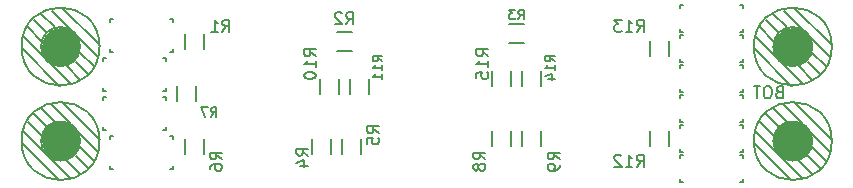
<source format=gbr>
%TF.GenerationSoftware,KiCad,Pcbnew,8.0.5*%
%TF.CreationDate,2024-10-25T13:02:38+02:00*%
%TF.ProjectId,ALIKEY03a,414c494b-4559-4303-9361-2e6b69636164,00*%
%TF.SameCoordinates,Original*%
%TF.FileFunction,Legend,Bot*%
%TF.FilePolarity,Positive*%
%FSLAX46Y46*%
G04 Gerber Fmt 4.6, Leading zero omitted, Abs format (unit mm)*
G04 Created by KiCad (PCBNEW 8.0.5) date 2024-10-25 13:02:38*
%MOMM*%
%LPD*%
G01*
G04 APERTURE LIST*
%ADD10C,0.150000*%
%ADD11C,0.203200*%
%ADD12C,3.200000*%
G04 APERTURE END LIST*
D10*
X134319687Y-68112809D02*
X134176830Y-68160428D01*
X134176830Y-68160428D02*
X134129211Y-68208047D01*
X134129211Y-68208047D02*
X134081592Y-68303285D01*
X134081592Y-68303285D02*
X134081592Y-68446142D01*
X134081592Y-68446142D02*
X134129211Y-68541380D01*
X134129211Y-68541380D02*
X134176830Y-68589000D01*
X134176830Y-68589000D02*
X134272068Y-68636619D01*
X134272068Y-68636619D02*
X134653020Y-68636619D01*
X134653020Y-68636619D02*
X134653020Y-67636619D01*
X134653020Y-67636619D02*
X134319687Y-67636619D01*
X134319687Y-67636619D02*
X134224449Y-67684238D01*
X134224449Y-67684238D02*
X134176830Y-67731857D01*
X134176830Y-67731857D02*
X134129211Y-67827095D01*
X134129211Y-67827095D02*
X134129211Y-67922333D01*
X134129211Y-67922333D02*
X134176830Y-68017571D01*
X134176830Y-68017571D02*
X134224449Y-68065190D01*
X134224449Y-68065190D02*
X134319687Y-68112809D01*
X134319687Y-68112809D02*
X134653020Y-68112809D01*
X133462544Y-67636619D02*
X133272068Y-67636619D01*
X133272068Y-67636619D02*
X133176830Y-67684238D01*
X133176830Y-67684238D02*
X133081592Y-67779476D01*
X133081592Y-67779476D02*
X133033973Y-67969952D01*
X133033973Y-67969952D02*
X133033973Y-68303285D01*
X133033973Y-68303285D02*
X133081592Y-68493761D01*
X133081592Y-68493761D02*
X133176830Y-68589000D01*
X133176830Y-68589000D02*
X133272068Y-68636619D01*
X133272068Y-68636619D02*
X133462544Y-68636619D01*
X133462544Y-68636619D02*
X133557782Y-68589000D01*
X133557782Y-68589000D02*
X133653020Y-68493761D01*
X133653020Y-68493761D02*
X133700639Y-68303285D01*
X133700639Y-68303285D02*
X133700639Y-67969952D01*
X133700639Y-67969952D02*
X133653020Y-67779476D01*
X133653020Y-67779476D02*
X133557782Y-67684238D01*
X133557782Y-67684238D02*
X133462544Y-67636619D01*
X132748258Y-67636619D02*
X132176830Y-67636619D01*
X132462544Y-68636619D02*
X132462544Y-67636619D01*
X94467119Y-73497633D02*
X93990928Y-73164300D01*
X94467119Y-72926205D02*
X93467119Y-72926205D01*
X93467119Y-72926205D02*
X93467119Y-73307157D01*
X93467119Y-73307157D02*
X93514738Y-73402395D01*
X93514738Y-73402395D02*
X93562357Y-73450014D01*
X93562357Y-73450014D02*
X93657595Y-73497633D01*
X93657595Y-73497633D02*
X93800452Y-73497633D01*
X93800452Y-73497633D02*
X93895690Y-73450014D01*
X93895690Y-73450014D02*
X93943309Y-73402395D01*
X93943309Y-73402395D02*
X93990928Y-73307157D01*
X93990928Y-73307157D02*
X93990928Y-72926205D01*
X93800452Y-74354776D02*
X94467119Y-74354776D01*
X93419500Y-74116681D02*
X94133785Y-73878586D01*
X94133785Y-73878586D02*
X94133785Y-74497633D01*
X115329595Y-65530014D02*
X114948642Y-65263347D01*
X115329595Y-65072871D02*
X114529595Y-65072871D01*
X114529595Y-65072871D02*
X114529595Y-65377633D01*
X114529595Y-65377633D02*
X114567690Y-65453823D01*
X114567690Y-65453823D02*
X114605785Y-65491918D01*
X114605785Y-65491918D02*
X114681976Y-65530014D01*
X114681976Y-65530014D02*
X114796261Y-65530014D01*
X114796261Y-65530014D02*
X114872452Y-65491918D01*
X114872452Y-65491918D02*
X114910547Y-65453823D01*
X114910547Y-65453823D02*
X114948642Y-65377633D01*
X114948642Y-65377633D02*
X114948642Y-65072871D01*
X115329595Y-66291918D02*
X115329595Y-65834775D01*
X115329595Y-66063347D02*
X114529595Y-66063347D01*
X114529595Y-66063347D02*
X114643880Y-65987156D01*
X114643880Y-65987156D02*
X114720071Y-65910966D01*
X114720071Y-65910966D02*
X114758166Y-65834775D01*
X114796261Y-66977633D02*
X115329595Y-66977633D01*
X114491500Y-66787157D02*
X115062928Y-66596680D01*
X115062928Y-66596680D02*
X115062928Y-67091919D01*
X122277657Y-74436619D02*
X122610990Y-73960428D01*
X122849085Y-74436619D02*
X122849085Y-73436619D01*
X122849085Y-73436619D02*
X122468133Y-73436619D01*
X122468133Y-73436619D02*
X122372895Y-73484238D01*
X122372895Y-73484238D02*
X122325276Y-73531857D01*
X122325276Y-73531857D02*
X122277657Y-73627095D01*
X122277657Y-73627095D02*
X122277657Y-73769952D01*
X122277657Y-73769952D02*
X122325276Y-73865190D01*
X122325276Y-73865190D02*
X122372895Y-73912809D01*
X122372895Y-73912809D02*
X122468133Y-73960428D01*
X122468133Y-73960428D02*
X122849085Y-73960428D01*
X121325276Y-74436619D02*
X121896704Y-74436619D01*
X121610990Y-74436619D02*
X121610990Y-73436619D01*
X121610990Y-73436619D02*
X121706228Y-73579476D01*
X121706228Y-73579476D02*
X121801466Y-73674714D01*
X121801466Y-73674714D02*
X121896704Y-73722333D01*
X120944323Y-73531857D02*
X120896704Y-73484238D01*
X120896704Y-73484238D02*
X120801466Y-73436619D01*
X120801466Y-73436619D02*
X120563371Y-73436619D01*
X120563371Y-73436619D02*
X120468133Y-73484238D01*
X120468133Y-73484238D02*
X120420514Y-73531857D01*
X120420514Y-73531857D02*
X120372895Y-73627095D01*
X120372895Y-73627095D02*
X120372895Y-73722333D01*
X120372895Y-73722333D02*
X120420514Y-73865190D01*
X120420514Y-73865190D02*
X120991942Y-74436619D01*
X120991942Y-74436619D02*
X120372895Y-74436619D01*
X95102119Y-65083942D02*
X94625928Y-64750609D01*
X95102119Y-64512514D02*
X94102119Y-64512514D01*
X94102119Y-64512514D02*
X94102119Y-64893466D01*
X94102119Y-64893466D02*
X94149738Y-64988704D01*
X94149738Y-64988704D02*
X94197357Y-65036323D01*
X94197357Y-65036323D02*
X94292595Y-65083942D01*
X94292595Y-65083942D02*
X94435452Y-65083942D01*
X94435452Y-65083942D02*
X94530690Y-65036323D01*
X94530690Y-65036323D02*
X94578309Y-64988704D01*
X94578309Y-64988704D02*
X94625928Y-64893466D01*
X94625928Y-64893466D02*
X94625928Y-64512514D01*
X95102119Y-66036323D02*
X95102119Y-65464895D01*
X95102119Y-65750609D02*
X94102119Y-65750609D01*
X94102119Y-65750609D02*
X94244976Y-65655371D01*
X94244976Y-65655371D02*
X94340214Y-65560133D01*
X94340214Y-65560133D02*
X94387833Y-65464895D01*
X94102119Y-66655371D02*
X94102119Y-66750609D01*
X94102119Y-66750609D02*
X94149738Y-66845847D01*
X94149738Y-66845847D02*
X94197357Y-66893466D01*
X94197357Y-66893466D02*
X94292595Y-66941085D01*
X94292595Y-66941085D02*
X94483071Y-66988704D01*
X94483071Y-66988704D02*
X94721166Y-66988704D01*
X94721166Y-66988704D02*
X94911642Y-66941085D01*
X94911642Y-66941085D02*
X95006880Y-66893466D01*
X95006880Y-66893466D02*
X95054500Y-66845847D01*
X95054500Y-66845847D02*
X95102119Y-66750609D01*
X95102119Y-66750609D02*
X95102119Y-66655371D01*
X95102119Y-66655371D02*
X95054500Y-66560133D01*
X95054500Y-66560133D02*
X95006880Y-66512514D01*
X95006880Y-66512514D02*
X94911642Y-66464895D01*
X94911642Y-66464895D02*
X94721166Y-66417276D01*
X94721166Y-66417276D02*
X94483071Y-66417276D01*
X94483071Y-66417276D02*
X94292595Y-66464895D01*
X94292595Y-66464895D02*
X94197357Y-66512514D01*
X94197357Y-66512514D02*
X94149738Y-66560133D01*
X94149738Y-66560133D02*
X94102119Y-66655371D01*
X97671466Y-62371619D02*
X98004799Y-61895428D01*
X98242894Y-62371619D02*
X98242894Y-61371619D01*
X98242894Y-61371619D02*
X97861942Y-61371619D01*
X97861942Y-61371619D02*
X97766704Y-61419238D01*
X97766704Y-61419238D02*
X97719085Y-61466857D01*
X97719085Y-61466857D02*
X97671466Y-61562095D01*
X97671466Y-61562095D02*
X97671466Y-61704952D01*
X97671466Y-61704952D02*
X97719085Y-61800190D01*
X97719085Y-61800190D02*
X97766704Y-61847809D01*
X97766704Y-61847809D02*
X97861942Y-61895428D01*
X97861942Y-61895428D02*
X98242894Y-61895428D01*
X97290513Y-61466857D02*
X97242894Y-61419238D01*
X97242894Y-61419238D02*
X97147656Y-61371619D01*
X97147656Y-61371619D02*
X96909561Y-61371619D01*
X96909561Y-61371619D02*
X96814323Y-61419238D01*
X96814323Y-61419238D02*
X96766704Y-61466857D01*
X96766704Y-61466857D02*
X96719085Y-61562095D01*
X96719085Y-61562095D02*
X96719085Y-61657333D01*
X96719085Y-61657333D02*
X96766704Y-61800190D01*
X96766704Y-61800190D02*
X97338132Y-62371619D01*
X97338132Y-62371619D02*
X96719085Y-62371619D01*
X86208132Y-70216595D02*
X86474799Y-69835642D01*
X86665275Y-70216595D02*
X86665275Y-69416595D01*
X86665275Y-69416595D02*
X86360513Y-69416595D01*
X86360513Y-69416595D02*
X86284323Y-69454690D01*
X86284323Y-69454690D02*
X86246228Y-69492785D01*
X86246228Y-69492785D02*
X86208132Y-69568976D01*
X86208132Y-69568976D02*
X86208132Y-69683261D01*
X86208132Y-69683261D02*
X86246228Y-69759452D01*
X86246228Y-69759452D02*
X86284323Y-69797547D01*
X86284323Y-69797547D02*
X86360513Y-69835642D01*
X86360513Y-69835642D02*
X86665275Y-69835642D01*
X85941466Y-69416595D02*
X85408132Y-69416595D01*
X85408132Y-69416595D02*
X85750990Y-70216595D01*
X87164619Y-73815133D02*
X86688428Y-73481800D01*
X87164619Y-73243705D02*
X86164619Y-73243705D01*
X86164619Y-73243705D02*
X86164619Y-73624657D01*
X86164619Y-73624657D02*
X86212238Y-73719895D01*
X86212238Y-73719895D02*
X86259857Y-73767514D01*
X86259857Y-73767514D02*
X86355095Y-73815133D01*
X86355095Y-73815133D02*
X86497952Y-73815133D01*
X86497952Y-73815133D02*
X86593190Y-73767514D01*
X86593190Y-73767514D02*
X86640809Y-73719895D01*
X86640809Y-73719895D02*
X86688428Y-73624657D01*
X86688428Y-73624657D02*
X86688428Y-73243705D01*
X86164619Y-74672276D02*
X86164619Y-74481800D01*
X86164619Y-74481800D02*
X86212238Y-74386562D01*
X86212238Y-74386562D02*
X86259857Y-74338943D01*
X86259857Y-74338943D02*
X86402714Y-74243705D01*
X86402714Y-74243705D02*
X86593190Y-74196086D01*
X86593190Y-74196086D02*
X86974142Y-74196086D01*
X86974142Y-74196086D02*
X87069380Y-74243705D01*
X87069380Y-74243705D02*
X87117000Y-74291324D01*
X87117000Y-74291324D02*
X87164619Y-74386562D01*
X87164619Y-74386562D02*
X87164619Y-74577038D01*
X87164619Y-74577038D02*
X87117000Y-74672276D01*
X87117000Y-74672276D02*
X87069380Y-74719895D01*
X87069380Y-74719895D02*
X86974142Y-74767514D01*
X86974142Y-74767514D02*
X86736047Y-74767514D01*
X86736047Y-74767514D02*
X86640809Y-74719895D01*
X86640809Y-74719895D02*
X86593190Y-74672276D01*
X86593190Y-74672276D02*
X86545571Y-74577038D01*
X86545571Y-74577038D02*
X86545571Y-74386562D01*
X86545571Y-74386562D02*
X86593190Y-74291324D01*
X86593190Y-74291324D02*
X86640809Y-74243705D01*
X86640809Y-74243705D02*
X86736047Y-74196086D01*
X109444619Y-73815133D02*
X108968428Y-73481800D01*
X109444619Y-73243705D02*
X108444619Y-73243705D01*
X108444619Y-73243705D02*
X108444619Y-73624657D01*
X108444619Y-73624657D02*
X108492238Y-73719895D01*
X108492238Y-73719895D02*
X108539857Y-73767514D01*
X108539857Y-73767514D02*
X108635095Y-73815133D01*
X108635095Y-73815133D02*
X108777952Y-73815133D01*
X108777952Y-73815133D02*
X108873190Y-73767514D01*
X108873190Y-73767514D02*
X108920809Y-73719895D01*
X108920809Y-73719895D02*
X108968428Y-73624657D01*
X108968428Y-73624657D02*
X108968428Y-73243705D01*
X108873190Y-74386562D02*
X108825571Y-74291324D01*
X108825571Y-74291324D02*
X108777952Y-74243705D01*
X108777952Y-74243705D02*
X108682714Y-74196086D01*
X108682714Y-74196086D02*
X108635095Y-74196086D01*
X108635095Y-74196086D02*
X108539857Y-74243705D01*
X108539857Y-74243705D02*
X108492238Y-74291324D01*
X108492238Y-74291324D02*
X108444619Y-74386562D01*
X108444619Y-74386562D02*
X108444619Y-74577038D01*
X108444619Y-74577038D02*
X108492238Y-74672276D01*
X108492238Y-74672276D02*
X108539857Y-74719895D01*
X108539857Y-74719895D02*
X108635095Y-74767514D01*
X108635095Y-74767514D02*
X108682714Y-74767514D01*
X108682714Y-74767514D02*
X108777952Y-74719895D01*
X108777952Y-74719895D02*
X108825571Y-74672276D01*
X108825571Y-74672276D02*
X108873190Y-74577038D01*
X108873190Y-74577038D02*
X108873190Y-74386562D01*
X108873190Y-74386562D02*
X108920809Y-74291324D01*
X108920809Y-74291324D02*
X108968428Y-74243705D01*
X108968428Y-74243705D02*
X109063666Y-74196086D01*
X109063666Y-74196086D02*
X109254142Y-74196086D01*
X109254142Y-74196086D02*
X109349380Y-74243705D01*
X109349380Y-74243705D02*
X109397000Y-74291324D01*
X109397000Y-74291324D02*
X109444619Y-74386562D01*
X109444619Y-74386562D02*
X109444619Y-74577038D01*
X109444619Y-74577038D02*
X109397000Y-74672276D01*
X109397000Y-74672276D02*
X109349380Y-74719895D01*
X109349380Y-74719895D02*
X109254142Y-74767514D01*
X109254142Y-74767514D02*
X109063666Y-74767514D01*
X109063666Y-74767514D02*
X108968428Y-74719895D01*
X108968428Y-74719895D02*
X108920809Y-74672276D01*
X108920809Y-74672276D02*
X108873190Y-74577038D01*
X100444619Y-71592633D02*
X99968428Y-71259300D01*
X100444619Y-71021205D02*
X99444619Y-71021205D01*
X99444619Y-71021205D02*
X99444619Y-71402157D01*
X99444619Y-71402157D02*
X99492238Y-71497395D01*
X99492238Y-71497395D02*
X99539857Y-71545014D01*
X99539857Y-71545014D02*
X99635095Y-71592633D01*
X99635095Y-71592633D02*
X99777952Y-71592633D01*
X99777952Y-71592633D02*
X99873190Y-71545014D01*
X99873190Y-71545014D02*
X99920809Y-71497395D01*
X99920809Y-71497395D02*
X99968428Y-71402157D01*
X99968428Y-71402157D02*
X99968428Y-71021205D01*
X99444619Y-72497395D02*
X99444619Y-72021205D01*
X99444619Y-72021205D02*
X99920809Y-71973586D01*
X99920809Y-71973586D02*
X99873190Y-72021205D01*
X99873190Y-72021205D02*
X99825571Y-72116443D01*
X99825571Y-72116443D02*
X99825571Y-72354538D01*
X99825571Y-72354538D02*
X99873190Y-72449776D01*
X99873190Y-72449776D02*
X99920809Y-72497395D01*
X99920809Y-72497395D02*
X100016047Y-72545014D01*
X100016047Y-72545014D02*
X100254142Y-72545014D01*
X100254142Y-72545014D02*
X100349380Y-72497395D01*
X100349380Y-72497395D02*
X100397000Y-72449776D01*
X100397000Y-72449776D02*
X100444619Y-72354538D01*
X100444619Y-72354538D02*
X100444619Y-72116443D01*
X100444619Y-72116443D02*
X100397000Y-72021205D01*
X100397000Y-72021205D02*
X100349380Y-71973586D01*
X122277657Y-63006619D02*
X122610990Y-62530428D01*
X122849085Y-63006619D02*
X122849085Y-62006619D01*
X122849085Y-62006619D02*
X122468133Y-62006619D01*
X122468133Y-62006619D02*
X122372895Y-62054238D01*
X122372895Y-62054238D02*
X122325276Y-62101857D01*
X122325276Y-62101857D02*
X122277657Y-62197095D01*
X122277657Y-62197095D02*
X122277657Y-62339952D01*
X122277657Y-62339952D02*
X122325276Y-62435190D01*
X122325276Y-62435190D02*
X122372895Y-62482809D01*
X122372895Y-62482809D02*
X122468133Y-62530428D01*
X122468133Y-62530428D02*
X122849085Y-62530428D01*
X121325276Y-63006619D02*
X121896704Y-63006619D01*
X121610990Y-63006619D02*
X121610990Y-62006619D01*
X121610990Y-62006619D02*
X121706228Y-62149476D01*
X121706228Y-62149476D02*
X121801466Y-62244714D01*
X121801466Y-62244714D02*
X121896704Y-62292333D01*
X120991942Y-62006619D02*
X120372895Y-62006619D01*
X120372895Y-62006619D02*
X120706228Y-62387571D01*
X120706228Y-62387571D02*
X120563371Y-62387571D01*
X120563371Y-62387571D02*
X120468133Y-62435190D01*
X120468133Y-62435190D02*
X120420514Y-62482809D01*
X120420514Y-62482809D02*
X120372895Y-62578047D01*
X120372895Y-62578047D02*
X120372895Y-62816142D01*
X120372895Y-62816142D02*
X120420514Y-62911380D01*
X120420514Y-62911380D02*
X120468133Y-62959000D01*
X120468133Y-62959000D02*
X120563371Y-63006619D01*
X120563371Y-63006619D02*
X120849085Y-63006619D01*
X120849085Y-63006619D02*
X120944323Y-62959000D01*
X120944323Y-62959000D02*
X120991942Y-62911380D01*
X112243132Y-61961595D02*
X112509799Y-61580642D01*
X112700275Y-61961595D02*
X112700275Y-61161595D01*
X112700275Y-61161595D02*
X112395513Y-61161595D01*
X112395513Y-61161595D02*
X112319323Y-61199690D01*
X112319323Y-61199690D02*
X112281228Y-61237785D01*
X112281228Y-61237785D02*
X112243132Y-61313976D01*
X112243132Y-61313976D02*
X112243132Y-61428261D01*
X112243132Y-61428261D02*
X112281228Y-61504452D01*
X112281228Y-61504452D02*
X112319323Y-61542547D01*
X112319323Y-61542547D02*
X112395513Y-61580642D01*
X112395513Y-61580642D02*
X112700275Y-61580642D01*
X111976466Y-61161595D02*
X111481228Y-61161595D01*
X111481228Y-61161595D02*
X111747894Y-61466357D01*
X111747894Y-61466357D02*
X111633609Y-61466357D01*
X111633609Y-61466357D02*
X111557418Y-61504452D01*
X111557418Y-61504452D02*
X111519323Y-61542547D01*
X111519323Y-61542547D02*
X111481228Y-61618738D01*
X111481228Y-61618738D02*
X111481228Y-61809214D01*
X111481228Y-61809214D02*
X111519323Y-61885404D01*
X111519323Y-61885404D02*
X111557418Y-61923500D01*
X111557418Y-61923500D02*
X111633609Y-61961595D01*
X111633609Y-61961595D02*
X111862180Y-61961595D01*
X111862180Y-61961595D02*
X111938371Y-61923500D01*
X111938371Y-61923500D02*
X111976466Y-61885404D01*
X100724595Y-65530014D02*
X100343642Y-65263347D01*
X100724595Y-65072871D02*
X99924595Y-65072871D01*
X99924595Y-65072871D02*
X99924595Y-65377633D01*
X99924595Y-65377633D02*
X99962690Y-65453823D01*
X99962690Y-65453823D02*
X100000785Y-65491918D01*
X100000785Y-65491918D02*
X100076976Y-65530014D01*
X100076976Y-65530014D02*
X100191261Y-65530014D01*
X100191261Y-65530014D02*
X100267452Y-65491918D01*
X100267452Y-65491918D02*
X100305547Y-65453823D01*
X100305547Y-65453823D02*
X100343642Y-65377633D01*
X100343642Y-65377633D02*
X100343642Y-65072871D01*
X100724595Y-66291918D02*
X100724595Y-65834775D01*
X100724595Y-66063347D02*
X99924595Y-66063347D01*
X99924595Y-66063347D02*
X100038880Y-65987156D01*
X100038880Y-65987156D02*
X100115071Y-65910966D01*
X100115071Y-65910966D02*
X100153166Y-65834775D01*
X100724595Y-67053823D02*
X100724595Y-66596680D01*
X100724595Y-66825252D02*
X99924595Y-66825252D01*
X99924595Y-66825252D02*
X100038880Y-66749061D01*
X100038880Y-66749061D02*
X100115071Y-66672871D01*
X100115071Y-66672871D02*
X100153166Y-66596680D01*
X87193966Y-63006619D02*
X87527299Y-62530428D01*
X87765394Y-63006619D02*
X87765394Y-62006619D01*
X87765394Y-62006619D02*
X87384442Y-62006619D01*
X87384442Y-62006619D02*
X87289204Y-62054238D01*
X87289204Y-62054238D02*
X87241585Y-62101857D01*
X87241585Y-62101857D02*
X87193966Y-62197095D01*
X87193966Y-62197095D02*
X87193966Y-62339952D01*
X87193966Y-62339952D02*
X87241585Y-62435190D01*
X87241585Y-62435190D02*
X87289204Y-62482809D01*
X87289204Y-62482809D02*
X87384442Y-62530428D01*
X87384442Y-62530428D02*
X87765394Y-62530428D01*
X86241585Y-63006619D02*
X86813013Y-63006619D01*
X86527299Y-63006619D02*
X86527299Y-62006619D01*
X86527299Y-62006619D02*
X86622537Y-62149476D01*
X86622537Y-62149476D02*
X86717775Y-62244714D01*
X86717775Y-62244714D02*
X86813013Y-62292333D01*
X115739619Y-73815133D02*
X115263428Y-73481800D01*
X115739619Y-73243705D02*
X114739619Y-73243705D01*
X114739619Y-73243705D02*
X114739619Y-73624657D01*
X114739619Y-73624657D02*
X114787238Y-73719895D01*
X114787238Y-73719895D02*
X114834857Y-73767514D01*
X114834857Y-73767514D02*
X114930095Y-73815133D01*
X114930095Y-73815133D02*
X115072952Y-73815133D01*
X115072952Y-73815133D02*
X115168190Y-73767514D01*
X115168190Y-73767514D02*
X115215809Y-73719895D01*
X115215809Y-73719895D02*
X115263428Y-73624657D01*
X115263428Y-73624657D02*
X115263428Y-73243705D01*
X115739619Y-74291324D02*
X115739619Y-74481800D01*
X115739619Y-74481800D02*
X115692000Y-74577038D01*
X115692000Y-74577038D02*
X115644380Y-74624657D01*
X115644380Y-74624657D02*
X115501523Y-74719895D01*
X115501523Y-74719895D02*
X115311047Y-74767514D01*
X115311047Y-74767514D02*
X114930095Y-74767514D01*
X114930095Y-74767514D02*
X114834857Y-74719895D01*
X114834857Y-74719895D02*
X114787238Y-74672276D01*
X114787238Y-74672276D02*
X114739619Y-74577038D01*
X114739619Y-74577038D02*
X114739619Y-74386562D01*
X114739619Y-74386562D02*
X114787238Y-74291324D01*
X114787238Y-74291324D02*
X114834857Y-74243705D01*
X114834857Y-74243705D02*
X114930095Y-74196086D01*
X114930095Y-74196086D02*
X115168190Y-74196086D01*
X115168190Y-74196086D02*
X115263428Y-74243705D01*
X115263428Y-74243705D02*
X115311047Y-74291324D01*
X115311047Y-74291324D02*
X115358666Y-74386562D01*
X115358666Y-74386562D02*
X115358666Y-74577038D01*
X115358666Y-74577038D02*
X115311047Y-74672276D01*
X115311047Y-74672276D02*
X115263428Y-74719895D01*
X115263428Y-74719895D02*
X115168190Y-74767514D01*
X109707119Y-65083942D02*
X109230928Y-64750609D01*
X109707119Y-64512514D02*
X108707119Y-64512514D01*
X108707119Y-64512514D02*
X108707119Y-64893466D01*
X108707119Y-64893466D02*
X108754738Y-64988704D01*
X108754738Y-64988704D02*
X108802357Y-65036323D01*
X108802357Y-65036323D02*
X108897595Y-65083942D01*
X108897595Y-65083942D02*
X109040452Y-65083942D01*
X109040452Y-65083942D02*
X109135690Y-65036323D01*
X109135690Y-65036323D02*
X109183309Y-64988704D01*
X109183309Y-64988704D02*
X109230928Y-64893466D01*
X109230928Y-64893466D02*
X109230928Y-64512514D01*
X109707119Y-66036323D02*
X109707119Y-65464895D01*
X109707119Y-65750609D02*
X108707119Y-65750609D01*
X108707119Y-65750609D02*
X108849976Y-65655371D01*
X108849976Y-65655371D02*
X108945214Y-65560133D01*
X108945214Y-65560133D02*
X108992833Y-65464895D01*
X108707119Y-66941085D02*
X108707119Y-66464895D01*
X108707119Y-66464895D02*
X109183309Y-66417276D01*
X109183309Y-66417276D02*
X109135690Y-66464895D01*
X109135690Y-66464895D02*
X109088071Y-66560133D01*
X109088071Y-66560133D02*
X109088071Y-66798228D01*
X109088071Y-66798228D02*
X109135690Y-66893466D01*
X109135690Y-66893466D02*
X109183309Y-66941085D01*
X109183309Y-66941085D02*
X109278547Y-66988704D01*
X109278547Y-66988704D02*
X109516642Y-66988704D01*
X109516642Y-66988704D02*
X109611880Y-66941085D01*
X109611880Y-66941085D02*
X109659500Y-66893466D01*
X109659500Y-66893466D02*
X109707119Y-66798228D01*
X109707119Y-66798228D02*
X109707119Y-66560133D01*
X109707119Y-66560133D02*
X109659500Y-66464895D01*
X109659500Y-66464895D02*
X109611880Y-66417276D01*
D11*
%TO.C,REF\u002A\u002A*%
X132695800Y-62615800D02*
X133838800Y-63758800D01*
X133203800Y-61980800D02*
X134219800Y-62996800D01*
X133838800Y-61472800D02*
X134981800Y-62615800D01*
X135362800Y-67568800D02*
X132187800Y-64393800D01*
X136378800Y-67441800D02*
X132314800Y-63377800D01*
X137140800Y-67060800D02*
X135997800Y-65917800D01*
X137775800Y-66552800D02*
X136759800Y-65536800D01*
X138283800Y-65917800D02*
X137140800Y-64774800D01*
X138664800Y-65155800D02*
X134727800Y-61218800D01*
X138791800Y-64139800D02*
X135616800Y-60964800D01*
X138791800Y-64266800D02*
G75*
G02*
X132187800Y-64266800I-3302000J0D01*
G01*
X132187800Y-64266800D02*
G75*
G02*
X138791800Y-64266800I3302000J0D01*
G01*
X137140800Y-64266800D02*
G75*
G02*
X133838800Y-64266800I-1651000J0D01*
G01*
X133838800Y-64266800D02*
G75*
G02*
X137140800Y-64266800I1651000J0D01*
G01*
X70695800Y-62615800D02*
X71838800Y-63758800D01*
X71203800Y-61980800D02*
X72219800Y-62996800D01*
X71838800Y-61472800D02*
X72981800Y-62615800D01*
X73362800Y-67568800D02*
X70187800Y-64393800D01*
X74378800Y-67441800D02*
X70314800Y-63377800D01*
X75140800Y-67060800D02*
X73997800Y-65917800D01*
X75775800Y-66552800D02*
X74759800Y-65536800D01*
X76283800Y-65917800D02*
X75140800Y-64774800D01*
X76664800Y-65155800D02*
X72727800Y-61218800D01*
X76791800Y-64139800D02*
X73616800Y-60964800D01*
X76791800Y-64266800D02*
G75*
G02*
X70187800Y-64266800I-3302000J0D01*
G01*
X70187800Y-64266800D02*
G75*
G02*
X76791800Y-64266800I3302000J0D01*
G01*
X75140800Y-64266800D02*
G75*
G02*
X71838800Y-64266800I-1651000J0D01*
G01*
X71838800Y-64266800D02*
G75*
G02*
X75140800Y-64266800I1651000J0D01*
G01*
X70695800Y-70615800D02*
X71838800Y-71758800D01*
X71203800Y-69980800D02*
X72219800Y-70996800D01*
X71838800Y-69472800D02*
X72981800Y-70615800D01*
X73362800Y-75568800D02*
X70187800Y-72393800D01*
X74378800Y-75441800D02*
X70314800Y-71377800D01*
X75140800Y-75060800D02*
X73997800Y-73917800D01*
X75775800Y-74552800D02*
X74759800Y-73536800D01*
X76283800Y-73917800D02*
X75140800Y-72774800D01*
X76664800Y-73155800D02*
X72727800Y-69218800D01*
X76791800Y-72139800D02*
X73616800Y-68964800D01*
X76791800Y-72266800D02*
G75*
G02*
X70187800Y-72266800I-3302000J0D01*
G01*
X70187800Y-72266800D02*
G75*
G02*
X76791800Y-72266800I3302000J0D01*
G01*
X75140800Y-72266800D02*
G75*
G02*
X71838800Y-72266800I-1651000J0D01*
G01*
X71838800Y-72266800D02*
G75*
G02*
X75140800Y-72266800I1651000J0D01*
G01*
X132695800Y-70615800D02*
X133838800Y-71758800D01*
X133203800Y-69980800D02*
X134219800Y-70996800D01*
X133838800Y-69472800D02*
X134981800Y-70615800D01*
X135362800Y-75568800D02*
X132187800Y-72393800D01*
X136378800Y-75441800D02*
X132314800Y-71377800D01*
X137140800Y-75060800D02*
X135997800Y-73917800D01*
X137775800Y-74552800D02*
X136759800Y-73536800D01*
X138283800Y-73917800D02*
X137140800Y-72774800D01*
X138664800Y-73155800D02*
X134727800Y-69218800D01*
X138791800Y-72139800D02*
X135616800Y-68964800D01*
X138791800Y-72266800D02*
G75*
G02*
X132187800Y-72266800I-3302000J0D01*
G01*
X132187800Y-72266800D02*
G75*
G02*
X138791800Y-72266800I3302000J0D01*
G01*
X137140800Y-72266800D02*
G75*
G02*
X133838800Y-72266800I-1651000J0D01*
G01*
X133838800Y-72266800D02*
G75*
G02*
X137140800Y-72266800I1651000J0D01*
G01*
%TO.C,R4*%
X94806050Y-72076800D02*
X94806050Y-73346800D01*
X96393550Y-72076800D02*
X96393550Y-73346800D01*
%TO.C,R14*%
X112586050Y-67631800D02*
X112586050Y-66361800D01*
X114173550Y-67631800D02*
X114173550Y-66361800D01*
%TO.C,R12*%
X123381050Y-71441800D02*
X123381050Y-72711800D01*
X124968550Y-71441800D02*
X124968550Y-72711800D01*
%TO.C,P1*%
X77692800Y-61918800D02*
X77692800Y-62168800D01*
X77692800Y-61918800D02*
X77942800Y-61918800D01*
X77692800Y-64708800D02*
X77692800Y-64458800D01*
X77692800Y-64708800D02*
X77942800Y-64708800D01*
X83026800Y-61918800D02*
X82776800Y-61918800D01*
X83026800Y-61918800D02*
X83026800Y-62168800D01*
X83026800Y-64708800D02*
X82776800Y-64708800D01*
X83026800Y-64708800D02*
X83026800Y-64458800D01*
%TO.C,D3-1*%
X125952800Y-63313800D02*
X125952800Y-63563800D01*
X125952800Y-63313800D02*
X126202800Y-63313800D01*
X125952800Y-65599800D02*
X125952800Y-65349800D01*
X125952800Y-65599800D02*
X126202800Y-65599800D01*
X131286800Y-63313800D02*
X131036800Y-63313800D01*
X131286800Y-63313800D02*
X131286800Y-63563800D01*
X131286800Y-65599800D02*
X131036800Y-65599800D01*
X131286800Y-65599800D02*
X131286800Y-65349800D01*
%TO.C,D3-2*%
X125952800Y-60773800D02*
X125952800Y-61023800D01*
X125952800Y-60773800D02*
X126202800Y-60773800D01*
X125952800Y-63059800D02*
X125952800Y-62809800D01*
X125952800Y-63059800D02*
X126202800Y-63059800D01*
X131286800Y-60773800D02*
X131036800Y-60773800D01*
X131286800Y-60773800D02*
X131286800Y-61023800D01*
X131286800Y-63059800D02*
X131036800Y-63059800D01*
X131286800Y-63059800D02*
X131286800Y-62809800D01*
%TO.C,P2*%
X77057800Y-65220800D02*
X77057800Y-65470800D01*
X77057800Y-65220800D02*
X77307800Y-65220800D01*
X77057800Y-68010800D02*
X77057800Y-67760800D01*
X77057800Y-68010800D02*
X77307800Y-68010800D01*
X82391800Y-65220800D02*
X82141800Y-65220800D01*
X82391800Y-65220800D02*
X82391800Y-65470800D01*
X82391800Y-68010800D02*
X82141800Y-68010800D01*
X82391800Y-68010800D02*
X82391800Y-67760800D01*
%TO.C,R10*%
X95441050Y-68266800D02*
X95441050Y-66996800D01*
X97028550Y-68266800D02*
X97028550Y-66996800D01*
%TO.C,R2*%
X96869800Y-63028050D02*
X98139800Y-63028050D01*
X96869800Y-64615550D02*
X98139800Y-64615550D01*
%TO.C,R7*%
X83376050Y-67631800D02*
X83376050Y-68901800D01*
X84963550Y-67631800D02*
X84963550Y-68901800D01*
%TO.C,R6*%
X84011050Y-73346800D02*
X84011050Y-72076800D01*
X85598550Y-73346800D02*
X85598550Y-72076800D01*
%TO.C,R8*%
X110046050Y-72711800D02*
X110046050Y-71441800D01*
X111633550Y-72711800D02*
X111633550Y-71441800D01*
%TO.C,R5*%
X97346050Y-72076800D02*
X97346050Y-73346800D01*
X98933550Y-72076800D02*
X98933550Y-73346800D01*
%TO.C,R13*%
X123381050Y-65091800D02*
X123381050Y-63821800D01*
X124968550Y-65091800D02*
X124968550Y-63821800D01*
%TO.C,R3*%
X111474800Y-62393050D02*
X112744800Y-62393050D01*
X111474800Y-63980550D02*
X112744800Y-63980550D01*
%TO.C,D1-2*%
X125952800Y-70933800D02*
X125952800Y-71183800D01*
X125952800Y-70933800D02*
X126202800Y-70933800D01*
X125952800Y-73219800D02*
X125952800Y-72969800D01*
X125952800Y-73219800D02*
X126202800Y-73219800D01*
X131286800Y-70933800D02*
X131036800Y-70933800D01*
X131286800Y-70933800D02*
X131286800Y-71183800D01*
X131286800Y-73219800D02*
X131036800Y-73219800D01*
X131286800Y-73219800D02*
X131286800Y-72969800D01*
%TO.C,R11*%
X97981050Y-68266800D02*
X97981050Y-66996800D01*
X99568550Y-68266800D02*
X99568550Y-66996800D01*
%TO.C,D2-2*%
X125952800Y-65853800D02*
X125952800Y-66103800D01*
X125952800Y-65853800D02*
X126202800Y-65853800D01*
X125952800Y-68139800D02*
X125952800Y-67889800D01*
X125952800Y-68139800D02*
X126202800Y-68139800D01*
X131286800Y-65853800D02*
X131036800Y-65853800D01*
X131286800Y-65853800D02*
X131286800Y-66103800D01*
X131286800Y-68139800D02*
X131036800Y-68139800D01*
X131286800Y-68139800D02*
X131286800Y-67889800D01*
%TO.C,R1*%
X84011050Y-63186800D02*
X84011050Y-64456800D01*
X85598550Y-63186800D02*
X85598550Y-64456800D01*
%TO.C,R9*%
X112586050Y-72711800D02*
X112586050Y-71441800D01*
X114173550Y-72711800D02*
X114173550Y-71441800D01*
%TO.C,R15*%
X110046050Y-67631800D02*
X110046050Y-66361800D01*
X111633550Y-67631800D02*
X111633550Y-66361800D01*
%TO.C,P3*%
X77057800Y-68522800D02*
X77057800Y-68772800D01*
X77057800Y-68522800D02*
X77307800Y-68522800D01*
X77057800Y-71312800D02*
X77057800Y-71062800D01*
X77057800Y-71312800D02*
X77307800Y-71312800D01*
X82391800Y-68522800D02*
X82141800Y-68522800D01*
X82391800Y-68522800D02*
X82391800Y-68772800D01*
X82391800Y-71312800D02*
X82141800Y-71312800D01*
X82391800Y-71312800D02*
X82391800Y-71062800D01*
%TO.C,D1-1*%
X125952800Y-73473800D02*
X125952800Y-73723800D01*
X125952800Y-73473800D02*
X126202800Y-73473800D01*
X125952800Y-75759800D02*
X125952800Y-75509800D01*
X125952800Y-75759800D02*
X126202800Y-75759800D01*
X131286800Y-73473800D02*
X131036800Y-73473800D01*
X131286800Y-73473800D02*
X131286800Y-73723800D01*
X131286800Y-75759800D02*
X131036800Y-75759800D01*
X131286800Y-75759800D02*
X131286800Y-75509800D01*
%TO.C,D2-1*%
X125952800Y-68393800D02*
X125952800Y-68643800D01*
X125952800Y-68393800D02*
X126202800Y-68393800D01*
X125952800Y-70679800D02*
X125952800Y-70429800D01*
X125952800Y-70679800D02*
X126202800Y-70679800D01*
X131286800Y-68393800D02*
X131036800Y-68393800D01*
X131286800Y-68393800D02*
X131286800Y-68643800D01*
X131286800Y-70679800D02*
X131036800Y-70679800D01*
X131286800Y-70679800D02*
X131286800Y-70429800D01*
%TO.C,J0*%
X77692800Y-71824800D02*
X77692800Y-72074800D01*
X77692800Y-71824800D02*
X77942800Y-71824800D01*
X77692800Y-74614800D02*
X77692800Y-74364800D01*
X77692800Y-74614800D02*
X77942800Y-74614800D01*
X83026800Y-71824800D02*
X82776800Y-71824800D01*
X83026800Y-71824800D02*
X83026800Y-72074800D01*
X83026800Y-74614800D02*
X82776800Y-74614800D01*
X83026800Y-74614800D02*
X83026800Y-74364800D01*
%TD*%
D12*
%TO.C,REF\u002A\u002A*%
X135489800Y-64266800D03*
%TD*%
%TO.C,REF\u002A\u002A*%
X73489800Y-64266800D03*
%TD*%
%TO.C,REF\u002A\u002A*%
X73489800Y-72266800D03*
%TD*%
%TO.C,REF\u002A\u002A*%
X135489800Y-72266800D03*
%TD*%
M02*

</source>
